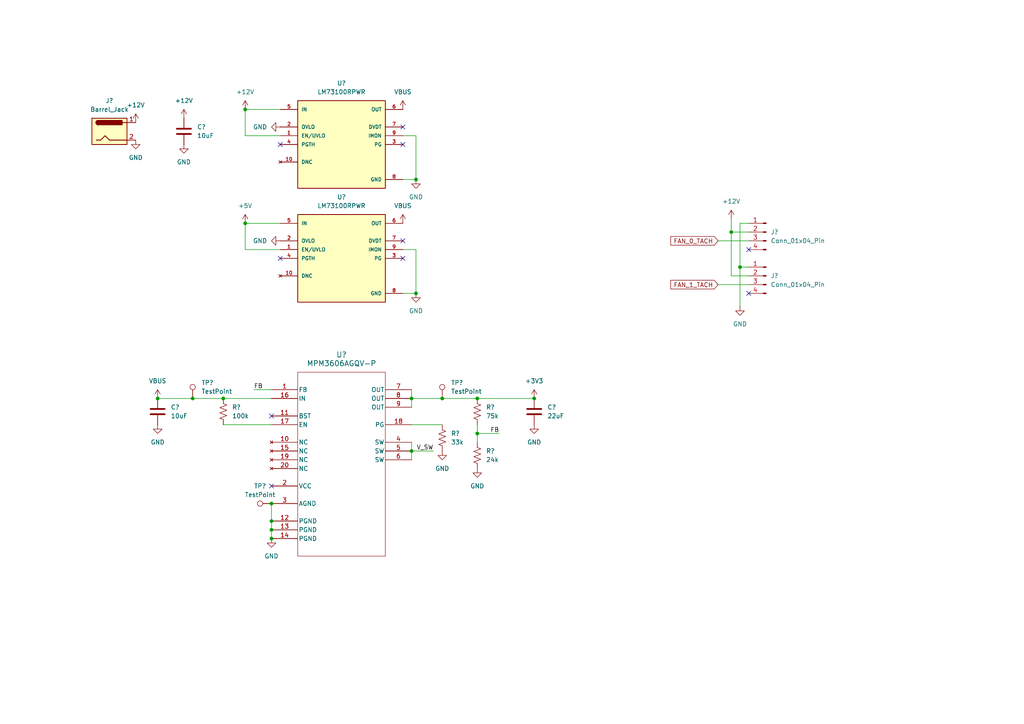
<source format=kicad_sch>
(kicad_sch (version 20250114) (generator "eeschema") (generator_version "9.0")
  (paper "A4")
  (lib_symbols
    (symbol "Connector:Barrel_Jack" (pin_names (offset 1.016))
      (property "Reference" "J" (at 0 5.334 0))
      (property "Value" "Barrel_Jack" (at 0 -5.08 0))
      (symbol "Barrel_Jack_0_1"
        (rectangle (start -5.08 3.81) (end 5.08 -3.81) (stroke (width 0.254)) (fill (type background)))
        (polyline (pts (xy -3.81 -2.54) (xy -2.54 -2.54) (xy -1.27 -1.27) (xy 0 -2.54) (xy 2.54 -2.54) (xy 5.08 -2.54)) (stroke (width 0.254)))
        (arc (start -3.302 1.905) (mid -3.9343 2.54) (end -3.302 3.175) (stroke (width 0.254)))
        (arc (start -3.302 1.905) (mid -3.9343 2.54) (end -3.302 3.175) (stroke (width 0.254)) (fill (type outline)))
        (rectangle (start 3.683 3.175) (end -3.302 1.905) (stroke (width 0.254)) (fill (type outline)))
        (polyline (pts (xy 5.08 2.54) (xy 3.81 2.54)) (stroke (width 0.254)))
      )
      (symbol "Barrel_Jack_1_1"
        (pin passive line (at 7.62 2.54 180) (length 2.54) (name "~") (number "1"))
        (pin passive line (at 7.62 -2.54 180) (length 2.54) (name "~") (number "2"))
      )
    )
    (symbol "Connector:Conn_01x04_Pin" (pin_names (offset 1.016) (hide yes))
      (property "Reference" "J" (at 0 5.08 0))
      (property "Value" "Conn_01x04_Pin" (at 0 -7.62 0))
      (symbol "Conn_01x04_Pin_1_1"
        (rectangle (start 0.8636 2.667) (end 0 2.413) (stroke (width 0.1524)) (fill (type outline)))
        (rectangle (start 0.8636 0.127) (end 0 -0.127) (stroke (width 0.1524)) (fill (type outline)))
        (rectangle (start 0.8636 -2.413) (end 0 -2.667) (stroke (width 0.1524)) (fill (type outline)))
        (rectangle (start 0.8636 -4.953) (end 0 -5.207) (stroke (width 0.1524)) (fill (type outline)))
        (polyline (pts (xy 1.27 2.54) (xy 0.8636 2.54)) (stroke (width 0.1524)))
        (polyline (pts (xy 1.27 0) (xy 0.8636 0)) (stroke (width 0.1524)))
        (polyline (pts (xy 1.27 -2.54) (xy 0.8636 -2.54)) (stroke (width 0.1524)))
        (polyline (pts (xy 1.27 -5.08) (xy 0.8636 -5.08)) (stroke (width 0.1524)))
        (pin passive line (at 5.08 2.54 180) (length 3.81) (name "Pin_1") (number "1"))
        (pin passive line (at 5.08 0 180) (length 3.81) (name "Pin_2") (number "2"))
        (pin passive line (at 5.08 -2.54 180) (length 3.81) (name "Pin_3") (number "3"))
        (pin passive line (at 5.08 -5.08 180) (length 3.81) (name "Pin_4") (number "4"))
      )
    )
    (symbol "Connector:TestPoint" (pin_numbers (hide yes)) (pin_names (offset 0.762) (hide yes))
      (property "Reference" "TP" (at 0 6.858 0))
      (property "Value" "TestPoint" (at 0 5.08 0))
      (symbol "TestPoint_0_1"
        (circle (center 0 3.302) (radius 0.762))
      )
      (symbol "TestPoint_1_1"
        (pin passive line (at 0 0 90) (length 2.54) (name "1") (number "1"))
      )
    )
    (symbol "Device:C" (pin_numbers (hide yes)) (pin_names (offset 0.254))
      (property "Reference" "C" (at 0.635 2.54 0))
      (property "Value" "C" (at 0.635 -2.54 0))
      (symbol "C_0_1"
        (polyline (pts (xy -2.032 0.762) (xy 2.032 0.762)) (stroke (width 0.508)))
        (polyline (pts (xy -2.032 -0.762) (xy 2.032 -0.762)) (stroke (width 0.508)))
      )
      (symbol "C_1_1"
        (pin passive line (at 0 3.81 270) (length 2.794) (name "~") (number "1"))
        (pin passive line (at 0 -3.81 90) (length 2.794) (name "~") (number "2"))
      )
    )
    (symbol "Device:R_US" (pin_numbers (hide yes)) (pin_names (offset 0))
      (property "Reference" "R" (at 2.54 0 90))
      (property "Value" "R_US" (at -2.54 0 90))
      (symbol "R_US_0_1"
        (polyline (pts (xy 0 2.286) (xy 0 2.54)))
        (polyline (pts (xy 0 2.286) (xy 1.016 1.905) (xy 0 1.524) (xy -1.016 1.143) (xy 0 0.762)))
        (polyline (pts (xy 0 0.762) (xy 1.016 0.381) (xy 0 0) (xy -1.016 -0.381) (xy 0 -0.762)))
        (polyline (pts (xy 0 -0.762) (xy 1.016 -1.143) (xy 0 -1.524) (xy -1.016 -1.905) (xy 0 -2.286)))
        (polyline (pts (xy 0 -2.286) (xy 0 -2.54)))
      )
      (symbol "R_US_1_1"
        (pin passive line (at 0 3.81 270) (length 1.27) (name "~") (number "1"))
        (pin passive line (at 0 -3.81 90) (length 1.27) (name "~") (number "2"))
      )
    )
    (symbol "LM73100:LM73100RPWR" (pin_names (offset 1.016))
      (property "Reference" "U" (at -12.7 13.462 0))
      (property "Value" "LM73100RPWR" (at -12.7 -15.24 0))
      (symbol "LM73100RPWR_0_0"
        (rectangle (start -12.7 -12.7) (end 12.7 12.7) (stroke (width 0.254)) (fill (type background)))
        (pin input line (at -17.78 10.16 0) (length 5.08) (name "IN") (number "5"))
        (pin input line (at -17.78 5.08 0) (length 5.08) (name "OVLO") (number "2"))
        (pin input line (at -17.78 2.54 0) (length 5.08) (name "EN/UVLO") (number "1"))
        (pin input line (at -17.78 0 0) (length 5.08) (name "PGTH") (number "4"))
        (pin no_connect line (at -17.78 -5.08 0) (length 5.08) (name "DNC") (number "10"))
        (pin output line (at 17.78 10.16 180) (length 5.08) (name "OUT") (number "6"))
        (pin output line (at 17.78 5.08 180) (length 5.08) (name "DVDT") (number "7"))
        (pin output line (at 17.78 2.54 180) (length 5.08) (name "IMON") (number "9"))
        (pin output line (at 17.78 0 180) (length 5.08) (name "PG") (number "3"))
        (pin power_in line (at 17.78 -10.16 180) (length 5.08) (name "GND") (number "8"))
      )
    )
    (symbol "MPM3606:MPM3606AGQV-P" (pin_names (offset 0.254))
      (property "Reference" "U" (at 20.32 10.16 0))
      (property "Value" "MPM3606AGQV-P" (at 20.32 7.62 0))
      (symbol "MPM3606AGQV-P_0_1"
        (polyline (pts (xy 7.62 5.08) (xy 7.62 -48.26)) (stroke (width 0.127)))
        (polyline (pts (xy 7.62 -48.26) (xy 33.02 -48.26)) (stroke (width 0.127)))
        (polyline (pts (xy 33.02 5.08) (xy 7.62 5.08)) (stroke (width 0.127)))
        (polyline (pts (xy 33.02 -48.26) (xy 33.02 5.08)) (stroke (width 0.127)))
        (pin input line (at 0 0 0) (length 7.62) (name "FB") (number "1"))
        (pin power_in line (at 0 -2.54 0) (length 7.62) (name "IN") (number "16"))
        (pin unspecified line (at 0 -7.62 0) (length 7.62) (name "BST") (number "11"))
        (pin unspecified line (at 0 -10.16 0) (length 7.62) (name "EN") (number "17"))
        (pin no_connect line (at 0 -15.24 0) (length 7.62) (name "NC") (number "10"))
        (pin no_connect line (at 0 -17.78 0) (length 7.62) (name "NC") (number "15"))
        (pin no_connect line (at 0 -20.32 0) (length 7.62) (name "NC") (number "19"))
        (pin no_connect line (at 0 -22.86 0) (length 7.62) (name "NC") (number "20"))
        (pin power_in line (at 0 -27.94 0) (length 7.62) (name "VCC") (number "2"))
        (pin power_out line (at 0 -33.02 0) (length 7.62) (name "AGND") (number "3"))
        (pin power_out line (at 0 -38.1 0) (length 7.62) (name "PGND") (number "12"))
        (pin power_out line (at 0 -40.64 0) (length 7.62) (name "PGND") (number "13"))
        (pin power_out line (at 0 -43.18 0) (length 7.62) (name "PGND") (number "14"))
        (pin output line (at 40.64 0 180) (length 7.62) (name "OUT") (number "7"))
        (pin output line (at 40.64 -2.54 180) (length 7.62) (name "OUT") (number "8"))
        (pin output line (at 40.64 -5.08 180) (length 7.62) (name "OUT") (number "9"))
        (pin output line (at 40.64 -10.16 180) (length 7.62) (name "PG") (number "18"))
        (pin output line (at 40.64 -15.24 180) (length 7.62) (name "SW") (number "4"))
        (pin output line (at 40.64 -17.78 180) (length 7.62) (name "SW") (number "5"))
        (pin output line (at 40.64 -20.32 180) (length 7.62) (name "SW") (number "6"))
      )
    )
    (symbol "power:+12V" (power) (pin_numbers (hide yes)) (pin_names (offset 0) (hide yes))
      (property "Value" "+12V" (at 0 3.556 0))
      (symbol "+12V_0_1"
        (polyline (pts (xy -0.762 1.27) (xy 0 2.54)))
        (polyline (pts (xy 0 2.54) (xy 0.762 1.27)))
        (polyline (pts (xy 0 0) (xy 0 2.54)))
      )
      (symbol "+12V_1_1"
        (pin power_in line (at 0 0 90) (length 0) (name "~") (number "1"))
      )
    )
    (symbol "power:+3V3" (power) (pin_numbers (hide yes)) (pin_names (offset 0) (hide yes))
      (property "Value" "+3V3" (at 0 3.556 0))
      (symbol "+3V3_0_1"
        (polyline (pts (xy -0.762 1.27) (xy 0 2.54)))
        (polyline (pts (xy 0 2.54) (xy 0.762 1.27)))
        (polyline (pts (xy 0 0) (xy 0 2.54)))
      )
      (symbol "+3V3_1_1"
        (pin power_in line (at 0 0 90) (length 0) (name "~") (number "1"))
      )
    )
    (symbol "power:+5V" (power) (pin_numbers (hide yes)) (pin_names (offset 0) (hide yes))
      (property "Value" "+5V" (at 0 3.556 0))
      (symbol "+5V_0_1"
        (polyline (pts (xy -0.762 1.27) (xy 0 2.54)))
        (polyline (pts (xy 0 2.54) (xy 0.762 1.27)))
        (polyline (pts (xy 0 0) (xy 0 2.54)))
      )
      (symbol "+5V_1_1"
        (pin power_in line (at 0 0 90) (length 0) (name "~") (number "1"))
      )
    )
    (symbol "power:GND" (power) (pin_numbers (hide yes)) (pin_names (offset 0) (hide yes))
      (property "Value" "GND" (at 0 -3.81 0))
      (symbol "GND_0_1"
        (polyline (pts (xy 0 0) (xy 0 -1.27) (xy 1.27 -1.27) (xy 0 -2.54) (xy -1.27 -1.27) (xy 0 -1.27)))
      )
      (symbol "GND_1_1"
        (pin power_in line (at 0 0 270) (length 0) (name "~") (number "1"))
      )
    )
    (symbol "power:VBUS" (power) (pin_numbers (hide yes)) (pin_names (offset 0) (hide yes))
      (property "Value" "VBUS" (at 0 3.556 0))
      (symbol "VBUS_0_1"
        (polyline (pts (xy -0.762 1.27) (xy 0 2.54)))
        (polyline (pts (xy 0 2.54) (xy 0.762 1.27)))
        (polyline (pts (xy 0 0) (xy 0 2.54)))
      )
      (symbol "VBUS_1_1"
        (pin power_in line (at 0 0 90) (length 0) (name "~") (number "1"))
      )
    )
  )
  (junction (at 71.12 31.75))
  (junction (at 78.74 153.67))
  (junction (at 120.65 52.07))
  (junction (at 120.65 85.09))
  (junction (at 212.09 67.31))
  (junction (at 78.74 156.21))
  (junction (at 78.74 151.13))
  (junction (at 55.88 115.57))
  (junction (at 119.38 115.57))
  (junction (at 45.72 115.57))
  (junction (at 71.12 64.77))
  (junction (at 64.77 115.57))
  (junction (at 78.74 146.05))
  (junction (at 119.38 130.81))
  (junction (at 138.43 115.57))
  (junction (at 154.94 115.57))
  (junction (at 214.63 77.47))
  (junction (at 138.43 125.73))
  (junction (at 128.27 115.57))
  (no_connect (at 116.84 36.83))
  (no_connect (at 116.84 69.85))
  (no_connect (at 78.74 120.65))
  (no_connect (at 81.28 74.93))
  (no_connect (at 78.74 140.97))
  (no_connect (at 217.17 72.39))
  (no_connect (at 116.84 41.91))
  (no_connect (at 81.28 41.91))
  (no_connect (at 217.17 85.09))
  (no_connect (at 116.84 74.93))
  (wire (pts (xy 214.63 64.77) (xy 217.17 64.77)))
  (wire (pts (xy 212.09 80.01) (xy 212.09 67.31)))
  (wire (pts (xy 71.12 31.75) (xy 81.28 31.75)))
  (wire (pts (xy 71.12 39.37) (xy 71.12 31.75)))
  (wire (pts (xy 120.65 52.07) (xy 116.84 52.07)))
  (wire (pts (xy 45.72 115.57) (xy 55.88 115.57)))
  (wire (pts (xy 81.28 39.37) (xy 71.12 39.37)))
  (wire (pts (xy 78.74 153.67) (xy 78.74 156.21)))
  (wire (pts (xy 138.43 125.73) (xy 144.78 125.73)))
  (wire (pts (xy 71.12 64.77) (xy 81.28 64.77)))
  (wire (pts (xy 116.84 72.39) (xy 120.65 72.39)))
  (wire (pts (xy 128.27 115.57) (xy 138.43 115.57)))
  (wire (pts (xy 120.65 85.09) (xy 116.84 85.09)))
  (wire (pts (xy 120.65 39.37) (xy 120.65 52.07)))
  (wire (pts (xy 119.38 130.81) (xy 125.73 130.81)))
  (wire (pts (xy 64.77 115.57) (xy 78.74 115.57)))
  (wire (pts (xy 119.38 113.03) (xy 119.38 115.57)))
  (wire (pts (xy 73.66 113.03) (xy 78.74 113.03)))
  (wire (pts (xy 78.74 146.05) (xy 78.74 151.13)))
  (wire (pts (xy 138.43 125.73) (xy 138.43 128.27)))
  (wire (pts (xy 116.84 39.37) (xy 120.65 39.37)))
  (wire (pts (xy 119.38 128.27) (xy 119.38 130.81)))
  (wire (pts (xy 212.09 67.31) (xy 217.17 67.31)))
  (wire (pts (xy 212.09 67.31) (xy 212.09 63.5)))
  (wire (pts (xy 208.28 69.85) (xy 217.17 69.85)))
  (wire (pts (xy 214.63 77.47) (xy 214.63 88.9)))
  (wire (pts (xy 119.38 130.81) (xy 119.38 133.35)))
  (wire (pts (xy 208.28 82.55) (xy 217.17 82.55)))
  (wire (pts (xy 78.74 151.13) (xy 78.74 153.67)))
  (wire (pts (xy 81.28 72.39) (xy 71.12 72.39)))
  (wire (pts (xy 138.43 123.19) (xy 138.43 125.73)))
  (wire (pts (xy 64.77 123.19) (xy 78.74 123.19)))
  (wire (pts (xy 119.38 115.57) (xy 128.27 115.57)))
  (wire (pts (xy 120.65 72.39) (xy 120.65 85.09)))
  (wire (pts (xy 214.63 64.77) (xy 214.63 77.47)))
  (wire (pts (xy 214.63 77.47) (xy 217.17 77.47)))
  (wire (pts (xy 138.43 115.57) (xy 154.94 115.57)))
  (wire (pts (xy 119.38 115.57) (xy 119.38 118.11)))
  (wire (pts (xy 212.09 80.01) (xy 217.17 80.01)))
  (wire (pts (xy 119.38 123.19) (xy 128.27 123.19)))
  (wire (pts (xy 55.88 115.57) (xy 64.77 115.57)))
  (wire (pts (xy 71.12 72.39) (xy 71.12 64.77)))
  (label "FB" (at 73.66 113.03 0))
  (label "V_SW" (at 125.73 130.81 180))
  (label "FB" (at 144.78 125.73 180))
  (global_label "FAN_0_TACH" (shape input) (at 208.28 69.85 180) (property "Intersheetrefs" "${INTERSHEET_REFS}" (effects (hide yes))))
  (global_label "FAN_1_TACH" (shape input) (at 208.28 82.55 180) (property "Intersheetrefs" "${INTERSHEET_REFS}" (effects (hide yes))))
  (symbol (lib_id "Connector:TestPoint") (at 128.27 115.57 0) (unit 1)
    (property "Reference" "TP?" (at 130.81 110.9979 0) (effects (justify left)))
    (property "Value" "TestPoint" (at 130.81 113.5379 0) (effects (justify left)))
    (property "Footprint" "TestPoint:TestPoint_THTPad_2.0x2.0mm_Drill1.0mm" (effects (hide yes)))
    (property "Description" "test point" (effects (hide yes)))
  )
  (symbol (lib_id "power:GND") (at 154.94 123.19 0) (unit 1)
    (property "Reference" "#PWR?" (effects (hide yes)))
    (property "Value" "GND" (at 154.94 128.27 0))
    (property "Description" "Power symbol creates a global label with name \"GND\" , ground" (effects (hide yes)))
  )
  (symbol (lib_id "power:VBUS") (at 116.84 64.77 0) (unit 1)
    (property "Reference" "#PWR?" (effects (hide yes)))
    (property "Value" "VBUS" (at 116.84 59.69 0))
    (property "Description" "Power symbol creates a global label with name \"VBUS\"" (effects (hide yes)))
  )
  (symbol (lib_id "power:VBUS") (at 116.84 31.75 0) (unit 1)
    (property "Reference" "#PWR?" (effects (hide yes)))
    (property "Value" "VBUS" (at 116.84 26.67 0))
    (property "Description" "Power symbol creates a global label with name \"VBUS\"" (effects (hide yes)))
  )
  (symbol (lib_id "power:GND") (at 128.27 130.81 0) (unit 1)
    (property "Reference" "#PWR?" (effects (hide yes)))
    (property "Value" "GND" (at 128.27 135.89 0))
    (property "Description" "Power symbol creates a global label with name \"GND\" , ground" (effects (hide yes)))
  )
  (symbol (lib_id "LM73100:LM73100RPWR") (at 99.06 41.91 0) (unit 1)
    (property "Reference" "U?" (at 99.06 24.13 0))
    (property "Value" "LM73100RPWR" (at 99.06 26.67 0))
    (property "Footprint" "LM73100:IC_LM73100RPWR" (effects (hide yes)))
    (property "MF" "Texas Instruments" (effects (hide yes)))
    (property "MAXIMUM_PACKAGE_HEIGHT" "1 mm" (effects (hide yes)))
    (property "Package" "VFQFN-10 Texas Instruments" (effects (hide yes)))
    (property "Price" "None" (effects (hide yes)))
    (property "Check_prices" "https://www.snapeda.com/parts/LM73100RPWR/Texas+Instruments/view-part/?ref=eda" (effects (hide yes)))
    (property "STANDARD" "Manufacturer Recommendations" (effects (hide yes)))
    (property "PARTREV" "08/2019" (effects (hide yes)))
    (property "SnapEDA_Link" "https://www.snapeda.com/parts/LM73100RPWR/Texas+Instruments/view-part/?ref=snap" (effects (hide yes)))
    (property "MP" "LM73100RPWR" (effects (hide yes)))
    (property "Description_1" "2.7-V to 23-V, 28-mΩ, 5.5-A load switch with integrated ideal diode & overvoltage protection" (effects (hide yes)))
    (property "MANUFACTURER" "Texas Instruments" (effects (hide yes)))
    (property "Availability" "In Stock" (effects (hide yes)))
    (property "SNAPEDA_PN" "LM73100RPWR" (effects (hide yes)))
    (property "LCSC" "C3210761" (effects (hide yes)))
  )
  (symbol (lib_id "power:GND") (at 214.63 88.9 0) (unit 1)
    (property "Reference" "#PWR?" (effects (hide yes)))
    (property "Value" "GND" (at 214.63 93.98 0))
    (property "Description" "Power symbol creates a global label with name \"GND\" , ground" (effects (hide yes)))
  )
  (symbol (lib_id "power:GND") (at 81.28 69.85 270) (unit 1)
    (property "Reference" "#PWR?" (effects (hide yes)))
    (property "Value" "GND" (at 77.47 69.8499 90) (effects (justify right)))
    (property "Description" "Power symbol creates a global label with name \"GND\" , ground" (effects (hide yes)))
  )
  (symbol (lib_id "power:GND") (at 53.34 41.91 0) (unit 1)
    (property "Reference" "#PWR?" (effects (hide yes)))
    (property "Value" "GND" (at 53.34 46.99 0))
    (property "Description" "Power symbol creates a global label with name \"GND\" , ground" (effects (hide yes)))
  )
  (symbol (lib_id "power:GND") (at 120.65 52.07 0) (unit 1)
    (property "Reference" "#PWR?" (effects (hide yes)))
    (property "Value" "GND" (at 120.65 57.15 0))
    (property "Description" "Power symbol creates a global label with name \"GND\" , ground" (effects (hide yes)))
  )
  (symbol (lib_id "Connector:TestPoint") (at 78.74 146.05 90) (unit 1)
    (property "Reference" "TP?" (at 75.438 140.97 90))
    (property "Value" "TestPoint" (at 75.438 143.51 90))
    (property "Footprint" "TestPoint:TestPoint_THTPad_2.0x2.0mm_Drill1.0mm" (effects (hide yes)))
    (property "Description" "test point" (effects (hide yes)))
  )
  (symbol (lib_id "Device:R_US") (at 64.77 119.38 0) (unit 1)
    (property "Reference" "R?" (at 67.31 118.1099 0) (effects (justify left)))
    (property "Value" "100k" (at 67.31 120.6499 0) (effects (justify left)))
    (property "Footprint" "Resistor_SMD:R_0805_2012Metric" (effects (hide yes)))
    (property "Description" "Resistor, US symbol" (effects (hide yes)))
    (property "LCSC" "C96346" (effects (hide yes)))
  )
  (symbol (lib_id "power:GND") (at 45.72 123.19 0) (unit 1)
    (property "Reference" "#PWR?" (effects (hide yes)))
    (property "Value" "GND" (at 45.72 128.27 0))
    (property "Description" "Power symbol creates a global label with name \"GND\" , ground" (effects (hide yes)))
  )
  (symbol (lib_id "Device:C") (at 154.94 119.38 0) (unit 1)
    (property "Reference" "C?" (at 158.75 118.1099 0) (effects (justify left)))
    (property "Value" "22uF" (at 158.75 120.6499 0) (effects (justify left)))
    (property "Footprint" "Capacitor_SMD:C_0805_2012Metric" (effects (hide yes)))
    (property "Description" "Unpolarized capacitor" (effects (hide yes)))
    (property "LCSC" "C602037" (effects (hide yes)))
  )
  (symbol (lib_id "Device:R_US") (at 128.27 127 0) (unit 1)
    (property "Reference" "R?" (at 130.81 125.7299 0) (effects (justify left)))
    (property "Value" "33k" (at 130.81 128.2699 0) (effects (justify left)))
    (property "Footprint" "Resistor_SMD:R_0805_2012Metric" (effects (hide yes)))
    (property "Description" "Resistor, US symbol" (effects (hide yes)))
    (property "LCSC" "C17633" (effects (hide yes)))
  )
  (symbol (lib_id "power:+3V3") (at 154.94 115.57 0) (unit 1)
    (property "Reference" "#PWR?" (effects (hide yes)))
    (property "Value" "+3V3" (at 154.94 110.49 0))
    (property "Description" "Power symbol creates a global label with name \"+3V3\"" (effects (hide yes)))
  )
  (symbol (lib_id "Connector:Conn_01x04_Pin") (at 222.25 80.01 0) (mirror y) (unit 1)
    (property "Reference" "J?" (at 223.52 80.0099 0) (effects (justify right)))
    (property "Value" "Conn_01x04_Pin" (at 223.52 82.5499 0) (effects (justify right)))
    (property "Footprint" "Connector:FanPinHeader_1x04_P2.54mm_Vertical" (effects (hide yes)))
    (property "Description" "Generic connector, single row, 01x04, script generated" (effects (hide yes)))
  )
  (symbol (lib_id "power:+12V") (at 212.09 63.5 0) (unit 1)
    (property "Reference" "#PWR?" (effects (hide yes)))
    (property "Value" "+12V" (at 212.09 58.42 0))
    (property "Description" "Power symbol creates a global label with name \"+12V\"" (effects (hide yes)))
  )
  (symbol (lib_id "power:VBUS") (at 45.72 115.57 0) (unit 1)
    (property "Reference" "#PWR?" (effects (hide yes)))
    (property "Value" "VBUS" (at 45.72 110.49 0))
    (property "Description" "Power symbol creates a global label with name \"VBUS\"" (effects (hide yes)))
  )
  (symbol (lib_id "Device:C") (at 53.34 38.1 0) (unit 1)
    (property "Reference" "C?" (at 57.15 36.8299 0) (effects (justify left)))
    (property "Value" "10uF" (at 57.15 39.3699 0) (effects (justify left)))
    (property "Footprint" "Capacitor_SMD:C_0805_2012Metric" (effects (hide yes)))
    (property "Description" "Unpolarized capacitor" (effects (hide yes)))
    (property "LCSC" "C15850" (effects (hide yes)))
  )
  (symbol (lib_id "power:+12V") (at 39.37 35.56 0) (unit 1)
    (property "Reference" "#PWR?" (effects (hide yes)))
    (property "Value" "+12V" (at 39.37 30.48 0))
    (property "Description" "Power symbol creates a global label with name \"+12V\"" (effects (hide yes)))
  )
  (symbol (lib_id "power:GND") (at 81.28 36.83 270) (unit 1)
    (property "Reference" "#PWR?" (effects (hide yes)))
    (property "Value" "GND" (at 77.47 36.8299 90) (effects (justify right)))
    (property "Description" "Power symbol creates a global label with name \"GND\" , ground" (effects (hide yes)))
  )
  (symbol (lib_id "Connector:Barrel_Jack") (at 31.75 38.1 0) (unit 1)
    (property "Reference" "J?" (at 31.75 29.21 0))
    (property "Value" "Barrel_Jack" (at 31.75 31.75 0))
    (property "Footprint" "Connector_BarrelJack:BarrelJack_CUI_PJ-063AH_Horizontal" (effects (hide yes)))
    (property "Description" "DC Barrel Jack" (effects (hide yes)))
  )
  (symbol (lib_id "Device:C") (at 45.72 119.38 0) (unit 1)
    (property "Reference" "C?" (at 49.53 118.1099 0) (effects (justify left)))
    (property "Value" "10uF" (at 49.53 120.6499 0) (effects (justify left)))
    (property "Footprint" "Capacitor_SMD:C_0805_2012Metric" (effects (hide yes)))
    (property "Description" "Unpolarized capacitor" (effects (hide yes)))
    (property "LCSC" "C15850" (effects (hide yes)))
  )
  (symbol (lib_id "Connector:TestPoint") (at 55.88 115.57 0) (unit 1)
    (property "Reference" "TP?" (at 58.42 110.9979 0) (effects (justify left)))
    (property "Value" "TestPoint" (at 58.42 113.5379 0) (effects (justify left)))
    (property "Footprint" "TestPoint:TestPoint_THTPad_2.0x2.0mm_Drill1.0mm" (effects (hide yes)))
    (property "Description" "test point" (effects (hide yes)))
  )
  (symbol (lib_id "power:GND") (at 138.43 135.89 0) (unit 1)
    (property "Reference" "#PWR?" (effects (hide yes)))
    (property "Value" "GND" (at 138.43 140.97 0))
    (property "Description" "Power symbol creates a global label with name \"GND\" , ground" (effects (hide yes)))
  )
  (symbol (lib_id "power:GND") (at 120.65 85.09 0) (unit 1)
    (property "Reference" "#PWR?" (effects (hide yes)))
    (property "Value" "GND" (at 120.65 90.17 0))
    (property "Description" "Power symbol creates a global label with name \"GND\" , ground" (effects (hide yes)))
  )
  (symbol (lib_id "power:+12V") (at 71.12 31.75 0) (unit 1)
    (property "Reference" "#PWR?" (effects (hide yes)))
    (property "Value" "+12V" (at 71.12 26.67 0))
    (property "Description" "Power symbol creates a global label with name \"+12V\"" (effects (hide yes)))
  )
  (symbol (lib_id "power:+12V") (at 53.34 34.29 0) (unit 1)
    (property "Reference" "#PWR?" (effects (hide yes)))
    (property "Value" "+12V" (at 53.34 29.21 0))
    (property "Description" "Power symbol creates a global label with name \"+12V\"" (effects (hide yes)))
  )
  (symbol (lib_id "LM73100:LM73100RPWR") (at 99.06 74.93 0) (unit 1)
    (property "Reference" "U?" (at 99.06 57.15 0))
    (property "Value" "LM73100RPWR" (at 99.06 59.69 0))
    (property "Footprint" "LM73100:IC_LM73100RPWR" (effects (hide yes)))
    (property "MF" "Texas Instruments" (effects (hide yes)))
    (property "MAXIMUM_PACKAGE_HEIGHT" "1 mm" (effects (hide yes)))
    (property "Package" "VFQFN-10 Texas Instruments" (effects (hide yes)))
    (property "Price" "None" (effects (hide yes)))
    (property "Check_prices" "https://www.snapeda.com/parts/LM73100RPWR/Texas+Instruments/view-part/?ref=eda" (effects (hide yes)))
    (property "STANDARD" "Manufacturer Recommendations" (effects (hide yes)))
    (property "PARTREV" "08/2019" (effects (hide yes)))
    (property "SnapEDA_Link" "https://www.snapeda.com/parts/LM73100RPWR/Texas+Instruments/view-part/?ref=snap" (effects (hide yes)))
    (property "MP" "LM73100RPWR" (effects (hide yes)))
    (property "Description_1" "2.7-V to 23-V, 28-mΩ, 5.5-A load switch with integrated ideal diode & overvoltage protection" (effects (hide yes)))
    (property "MANUFACTURER" "Texas Instruments" (effects (hide yes)))
    (property "Availability" "In Stock" (effects (hide yes)))
    (property "SNAPEDA_PN" "LM73100RPWR" (effects (hide yes)))
    (property "LCSC" "C3210761" (effects (hide yes)))
  )
  (symbol (lib_id "power:GND") (at 39.37 40.64 0) (unit 1)
    (property "Reference" "#PWR?" (effects (hide yes)))
    (property "Value" "GND" (at 39.37 45.72 0))
    (property "Description" "Power symbol creates a global label with name \"GND\" , ground" (effects (hide yes)))
  )
  (symbol (lib_id "Connector:Conn_01x04_Pin") (at 222.25 67.31 0) (mirror y) (unit 1)
    (property "Reference" "J?" (at 223.52 67.3099 0) (effects (justify right)))
    (property "Value" "Conn_01x04_Pin" (at 223.52 69.8499 0) (effects (justify right)))
    (property "Footprint" "Connector:FanPinHeader_1x04_P2.54mm_Vertical" (effects (hide yes)))
    (property "Description" "Generic connector, single row, 01x04, script generated" (effects (hide yes)))
  )
  (symbol (lib_id "power:+5V") (at 71.12 64.77 0) (unit 1)
    (property "Reference" "#PWR?" (effects (hide yes)))
    (property "Value" "+5V" (at 71.12 59.69 0))
    (property "Description" "Power symbol creates a global label with name \"+5V\"" (effects (hide yes)))
  )
  (symbol (lib_id "Device:R_US") (at 138.43 119.38 0) (unit 1)
    (property "Reference" "R?" (at 140.97 118.1099 0) (effects (justify left)))
    (property "Value" "75k" (at 140.97 120.6499 0) (effects (justify left)))
    (property "Footprint" "Resistor_SMD:R_0805_2012Metric" (effects (hide yes)))
    (property "Description" "Resistor, US symbol" (effects (hide yes)))
    (property "LCSC" "C17819" (effects (hide yes)))
  )
  (symbol (lib_id "MPM3606:MPM3606AGQV-P") (at 78.74 113.03 0) (unit 1)
    (property "Reference" "U?" (at 99.06 102.87 0) (effects (font (size 1.524 1.524))))
    (property "Value" "MPM3606AGQV-P" (at 99.06 105.41 0) (effects (font (size 1.524 1.524))))
    (property "Footprint" "MPM3606:QFN3p0x5p0x1p6_MPM3606A_MNP" (effects (hide yes)))
    (property "Datasheet" "MPM3606AGQV-P" (effects (hide yes)))
    (property "LCSC" "C7305220" (effects (hide yes)))
    (property "FT Position Offset" "0,0.6032" (effects (hide yes)))
  )
  (symbol (lib_id "Device:R_US") (at 138.43 132.08 0) (unit 1)
    (property "Reference" "R?" (at 140.97 130.8099 0) (effects (justify left)))
    (property "Value" "24k" (at 140.97 133.3499 0) (effects (justify left)))
    (property "Footprint" "Resistor_SMD:R_0805_2012Metric" (effects (hide yes)))
    (property "Description" "Resistor, US symbol" (effects (hide yes)))
    (property "LCSC" "C17575" (effects (hide yes)))
  )
  (symbol (lib_id "power:GND") (at 78.74 156.21 0) (unit 1)
    (property "Reference" "#PWR?" (effects (hide yes)))
    (property "Value" "GND" (at 78.74 161.29 0))
    (property "Description" "Power symbol creates a global label with name \"GND\" , ground" (effects (hide yes)))
  )
)
</source>
